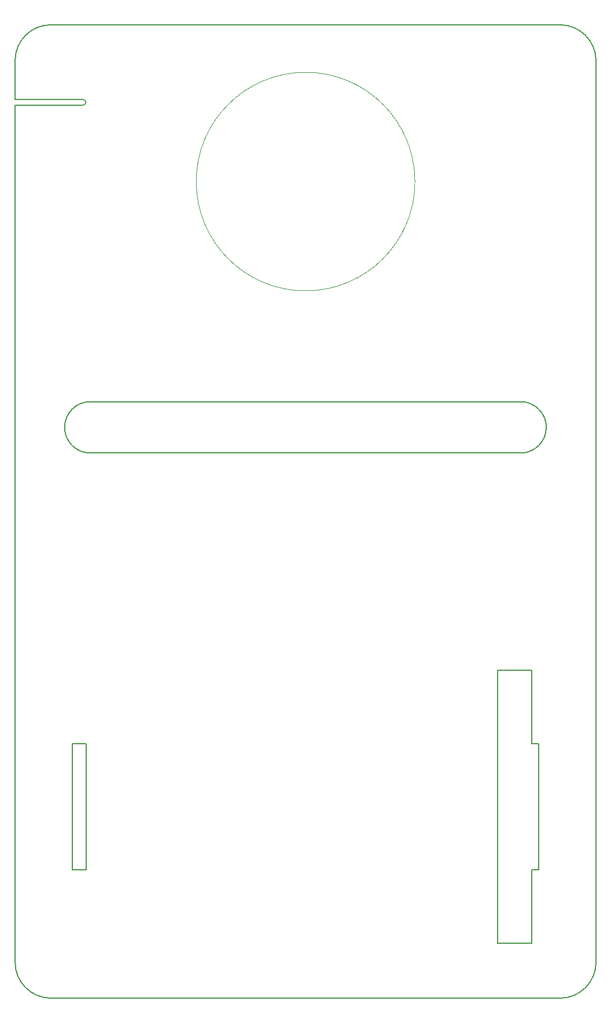
<source format=gbr>
G04 #@! TF.GenerationSoftware,KiCad,Pcbnew,6.0.11-2627ca5db0~126~ubuntu22.04.1*
G04 #@! TF.CreationDate,2025-05-27T11:15:30+02:00*
G04 #@! TF.ProjectId,TopCoverQPCR,546f7043-6f76-4657-9251-5043522e6b69,rev?*
G04 #@! TF.SameCoordinates,Original*
G04 #@! TF.FileFunction,Profile,NP*
%FSLAX46Y46*%
G04 Gerber Fmt 4.6, Leading zero omitted, Abs format (unit mm)*
G04 Created by KiCad (PCBNEW 6.0.11-2627ca5db0~126~ubuntu22.04.1) date 2025-05-27 11:15:30*
%MOMM*%
%LPD*%
G01*
G04 APERTURE LIST*
G04 #@! TA.AperFunction,Profile*
%ADD10C,0.150000*%
G04 #@! TD*
G04 #@! TA.AperFunction,Profile*
%ADD11C,0.100000*%
G04 #@! TD*
G04 APERTURE END LIST*
D10*
X65902273Y-152486820D02*
X67913114Y-152486820D01*
X137215445Y-28746360D02*
X62744009Y-28746360D01*
X67421982Y-40498308D02*
G75*
G03*
X67419187Y-39703785I11818J397308D01*
G01*
X67913107Y-152486820D02*
X67913107Y-134001270D01*
D11*
X116000000Y-51698074D02*
G75*
G03*
X116000000Y-51698074I-16000000J0D01*
G01*
D10*
X134094228Y-134001270D02*
X133106451Y-134001270D01*
X57487617Y-33967474D02*
X57487617Y-39703785D01*
X133106436Y-134001270D02*
X133106436Y-123241550D01*
X131465164Y-83920839D02*
X68494291Y-83920839D01*
X133106436Y-152486820D02*
X134094213Y-152486820D01*
X131465164Y-91435001D02*
G75*
G03*
X131465164Y-83920839I6J3757081D01*
G01*
X57487626Y-165977002D02*
G75*
G03*
X62749989Y-171248074I5266774J-4298D01*
G01*
X62744009Y-28746357D02*
G75*
G03*
X57487617Y-33967474I-17649J-5238743D01*
G01*
X133106436Y-163246555D02*
X133106436Y-152486820D01*
X57487617Y-40498233D02*
X57487617Y-165977002D01*
X67913107Y-134001270D02*
X65902273Y-134001270D01*
X134094228Y-152486820D02*
X134094228Y-134001270D01*
X128096990Y-163246555D02*
X133106436Y-163246555D01*
X65902281Y-134001270D02*
X65902273Y-152486820D01*
X142500000Y-33998174D02*
X142500000Y-165998177D01*
X57487617Y-40498233D02*
X67421984Y-40498233D01*
X137250000Y-171248074D02*
X62749989Y-171248074D01*
X137250000Y-171248080D02*
G75*
G03*
X142500000Y-165998177I80J5249920D01*
G01*
X142500041Y-33998174D02*
G75*
G03*
X137215445Y-28746360I-5268141J-16326D01*
G01*
X68494291Y-83920830D02*
G75*
G03*
X68494291Y-91435010I-1J-3757090D01*
G01*
X68494291Y-91435010D02*
X131465164Y-91435010D01*
X128096990Y-123241550D02*
X128096990Y-163246555D01*
X133106436Y-123241550D02*
X128096983Y-123241550D01*
X67419187Y-39703785D02*
X57487617Y-39703785D01*
M02*

</source>
